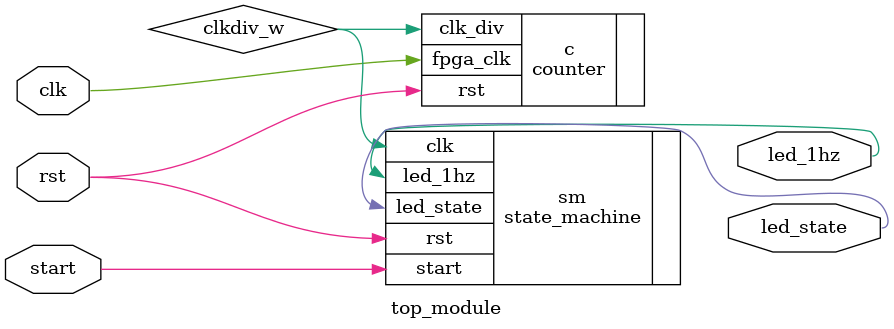
<source format=sv>
module top_module
(
	input clk,
	input rst,
	input start,
	
	output logic led_1hz,
	output logic led_state
);

wire clkdiv_w;

counter c(

	.fpga_clk(clk),
	.rst(rst),
	
	.clk_div(clkdiv_w)

);

state_machine sm(

	.clk(clkdiv_w),
	.rst(rst),
	.start(start),
	
	.led_1hz(led_1hz),
	.led_state(led_state)

);

endmodule

</source>
